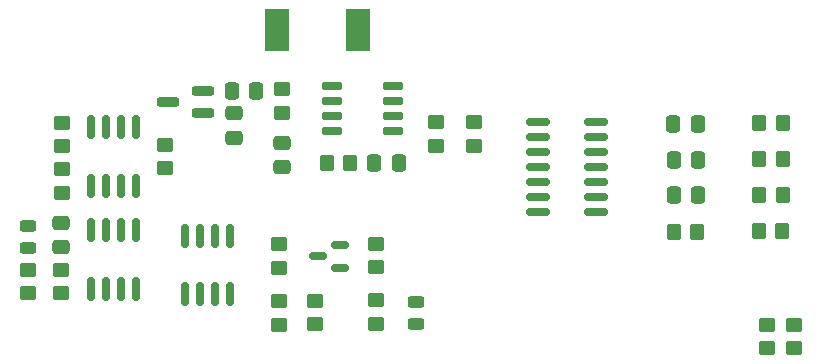
<source format=gbr>
%TF.GenerationSoftware,KiCad,Pcbnew,8.0.5*%
%TF.CreationDate,2025-06-23T12:16:39+02:00*%
%TF.ProjectId,SMD-Loetstation_v3,534d442d-4c6f-4657-9473-746174696f6e,rev?*%
%TF.SameCoordinates,Original*%
%TF.FileFunction,Paste,Top*%
%TF.FilePolarity,Positive*%
%FSLAX46Y46*%
G04 Gerber Fmt 4.6, Leading zero omitted, Abs format (unit mm)*
G04 Created by KiCad (PCBNEW 8.0.5) date 2025-06-23 12:16:39*
%MOMM*%
%LPD*%
G01*
G04 APERTURE LIST*
G04 Aperture macros list*
%AMRoundRect*
0 Rectangle with rounded corners*
0 $1 Rounding radius*
0 $2 $3 $4 $5 $6 $7 $8 $9 X,Y pos of 4 corners*
0 Add a 4 corners polygon primitive as box body*
4,1,4,$2,$3,$4,$5,$6,$7,$8,$9,$2,$3,0*
0 Add four circle primitives for the rounded corners*
1,1,$1+$1,$2,$3*
1,1,$1+$1,$4,$5*
1,1,$1+$1,$6,$7*
1,1,$1+$1,$8,$9*
0 Add four rect primitives between the rounded corners*
20,1,$1+$1,$2,$3,$4,$5,0*
20,1,$1+$1,$4,$5,$6,$7,0*
20,1,$1+$1,$6,$7,$8,$9,0*
20,1,$1+$1,$8,$9,$2,$3,0*%
G04 Aperture macros list end*
%ADD10RoundRect,0.250000X0.450000X-0.350000X0.450000X0.350000X-0.450000X0.350000X-0.450000X-0.350000X0*%
%ADD11RoundRect,0.250000X0.337500X0.475000X-0.337500X0.475000X-0.337500X-0.475000X0.337500X-0.475000X0*%
%ADD12RoundRect,0.250000X-0.350000X-0.450000X0.350000X-0.450000X0.350000X0.450000X-0.350000X0.450000X0*%
%ADD13RoundRect,0.250000X-0.450000X0.350000X-0.450000X-0.350000X0.450000X-0.350000X0.450000X0.350000X0*%
%ADD14RoundRect,0.150000X0.587500X0.150000X-0.587500X0.150000X-0.587500X-0.150000X0.587500X-0.150000X0*%
%ADD15RoundRect,0.200000X0.750000X0.200000X-0.750000X0.200000X-0.750000X-0.200000X0.750000X-0.200000X0*%
%ADD16RoundRect,0.150000X-0.150000X0.825000X-0.150000X-0.825000X0.150000X-0.825000X0.150000X0.825000X0*%
%ADD17RoundRect,0.250000X0.475000X-0.337500X0.475000X0.337500X-0.475000X0.337500X-0.475000X-0.337500X0*%
%ADD18RoundRect,0.150000X-0.725000X-0.150000X0.725000X-0.150000X0.725000X0.150000X-0.725000X0.150000X0*%
%ADD19RoundRect,0.250000X-0.337500X-0.475000X0.337500X-0.475000X0.337500X0.475000X-0.337500X0.475000X0*%
%ADD20RoundRect,0.250000X0.350000X0.450000X-0.350000X0.450000X-0.350000X-0.450000X0.350000X-0.450000X0*%
%ADD21RoundRect,0.243750X-0.456250X0.243750X-0.456250X-0.243750X0.456250X-0.243750X0.456250X0.243750X0*%
%ADD22R,2.000000X3.600000*%
%ADD23RoundRect,0.150000X-0.825000X-0.150000X0.825000X-0.150000X0.825000X0.150000X-0.825000X0.150000X0*%
G04 APERTURE END LIST*
D10*
%TO.C,R12*%
X139217400Y-86664800D03*
X139217400Y-84664800D03*
%TD*%
D11*
%TO.C,C3*%
X132863500Y-88138000D03*
X130788500Y-88138000D03*
%TD*%
D10*
%TO.C,R3*%
X125755400Y-101771200D03*
X125755400Y-99771200D03*
%TD*%
D12*
%TO.C,R10*%
X163379400Y-87814400D03*
X165379400Y-87814400D03*
%TD*%
D13*
%TO.C,R15*%
X104343200Y-84718600D03*
X104343200Y-86718600D03*
%TD*%
D11*
%TO.C,C5*%
X158226400Y-90849800D03*
X156151400Y-90849800D03*
%TD*%
D13*
%TO.C,R17*%
X104343200Y-88627200D03*
X104343200Y-90627200D03*
%TD*%
%TO.C,R18*%
X136042400Y-84671400D03*
X136042400Y-86671400D03*
%TD*%
%TO.C,R4*%
X122707400Y-94980200D03*
X122707400Y-96980200D03*
%TD*%
D10*
%TO.C,R21*%
X113080800Y-88579200D03*
X113080800Y-86579200D03*
%TD*%
%TO.C,R5*%
X130962400Y-96970600D03*
X130962400Y-94970600D03*
%TD*%
D14*
%TO.C,Q2*%
X127884400Y-96977200D03*
X127884400Y-95077200D03*
X126009400Y-96027200D03*
%TD*%
D10*
%TO.C,R19*%
X122707400Y-101803200D03*
X122707400Y-99803200D03*
%TD*%
D15*
%TO.C,U6*%
X116306600Y-83897800D03*
X116306600Y-81997800D03*
X113306600Y-82947800D03*
%TD*%
D16*
%TO.C,U5*%
X110591600Y-93827600D03*
X109321600Y-93827600D03*
X108051600Y-93827600D03*
X106781600Y-93827600D03*
X106781600Y-98777600D03*
X108051600Y-98777600D03*
X109321600Y-98777600D03*
X110591600Y-98777600D03*
%TD*%
D17*
%TO.C,C1*%
X122961400Y-88496300D03*
X122961400Y-86421300D03*
%TD*%
D18*
%TO.C,U2*%
X127203200Y-81616800D03*
X127203200Y-82886800D03*
X127203200Y-84156800D03*
X127203200Y-85426800D03*
X132353200Y-85426800D03*
X132353200Y-84156800D03*
X132353200Y-82886800D03*
X132353200Y-81616800D03*
%TD*%
D19*
%TO.C,C4*%
X156151400Y-87839800D03*
X158226400Y-87839800D03*
%TD*%
D20*
%TO.C,R8*%
X165379400Y-90811600D03*
X163379400Y-90811600D03*
%TD*%
D16*
%TO.C,Q1*%
X118600000Y-94298400D03*
X117330000Y-94298400D03*
X116060000Y-94298400D03*
X114790000Y-94298400D03*
X114790000Y-99248400D03*
X116060000Y-99248400D03*
X117330000Y-99248400D03*
X118600000Y-99248400D03*
%TD*%
D20*
%TO.C,R9*%
X165347400Y-93910400D03*
X163347400Y-93910400D03*
%TD*%
D10*
%TO.C,R14*%
X130962400Y-101720400D03*
X130962400Y-99720400D03*
%TD*%
D13*
%TO.C,R20*%
X101498400Y-97161600D03*
X101498400Y-99161600D03*
%TD*%
D10*
%TO.C,R7*%
X164058600Y-103809800D03*
X164058600Y-101809800D03*
%TD*%
D19*
%TO.C,C7*%
X118752800Y-81997800D03*
X120827800Y-81997800D03*
%TD*%
D12*
%TO.C,R2*%
X126762000Y-88138000D03*
X128762000Y-88138000D03*
%TD*%
D10*
%TO.C,R1*%
X122961400Y-83870800D03*
X122961400Y-81870800D03*
%TD*%
D21*
%TO.C,D1*%
X134366000Y-99872800D03*
X134366000Y-101747800D03*
%TD*%
D13*
%TO.C,R16*%
X104317800Y-97161600D03*
X104317800Y-99161600D03*
%TD*%
D20*
%TO.C,R11*%
X165372800Y-84766400D03*
X163372800Y-84766400D03*
%TD*%
D17*
%TO.C,C8*%
X104317800Y-95274200D03*
X104317800Y-93199200D03*
%TD*%
D21*
%TO.C,D2*%
X101473000Y-93474300D03*
X101473000Y-95349300D03*
%TD*%
D22*
%TO.C,D3*%
X129384000Y-76835000D03*
X122584000Y-76835000D03*
%TD*%
D17*
%TO.C,C6*%
X118897400Y-85977800D03*
X118897400Y-83902800D03*
%TD*%
D16*
%TO.C,U4*%
X110617000Y-85090000D03*
X109347000Y-85090000D03*
X108077000Y-85090000D03*
X106807000Y-85090000D03*
X106807000Y-90040000D03*
X108077000Y-90040000D03*
X109347000Y-90040000D03*
X110617000Y-90040000D03*
%TD*%
D23*
%TO.C,U1*%
X144627600Y-84683600D03*
X144627600Y-85953600D03*
X144627600Y-87223600D03*
X144627600Y-88493600D03*
X144627600Y-89763600D03*
X144627600Y-91033600D03*
X144627600Y-92303600D03*
X149577600Y-92303600D03*
X149577600Y-91033600D03*
X149577600Y-89763600D03*
X149577600Y-88493600D03*
X149577600Y-87223600D03*
X149577600Y-85953600D03*
X149577600Y-84683600D03*
%TD*%
D10*
%TO.C,R6*%
X166344600Y-103809800D03*
X166344600Y-101809800D03*
%TD*%
D12*
%TO.C,R13*%
X156167400Y-93935800D03*
X158167400Y-93935800D03*
%TD*%
D19*
%TO.C,C2*%
X156108400Y-84791800D03*
X158183400Y-84791800D03*
%TD*%
M02*

</source>
